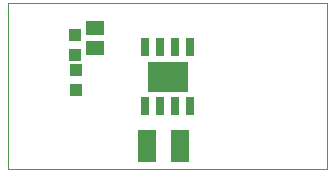
<source format=gbp>
G75*
%MOIN*%
%OFA0B0*%
%FSLAX24Y24*%
%IPPOS*%
%LPD*%
%AMOC8*
5,1,8,0,0,1.08239X$1,22.5*
%
%ADD10C,0.0000*%
%ADD11R,0.0630X0.1063*%
%ADD12R,0.0591X0.0512*%
%ADD13R,0.0316X0.0593*%
%ADD14R,0.1378X0.1024*%
%ADD15R,0.0433X0.0394*%
D10*
X000100Y000665D02*
X000100Y006177D01*
X010730Y006177D01*
X010730Y000665D01*
X000100Y000665D01*
D11*
X004726Y001417D03*
X005828Y001417D03*
D12*
X002998Y004704D03*
X002998Y005373D03*
D13*
X004667Y004722D03*
X005167Y004722D03*
X005667Y004722D03*
X006167Y004722D03*
X006167Y002755D03*
X005667Y002755D03*
X005167Y002755D03*
X004667Y002755D03*
D14*
X005419Y003740D03*
D15*
X002364Y003960D03*
X002324Y004460D03*
X002324Y005129D03*
X002364Y003291D03*
M02*

</source>
